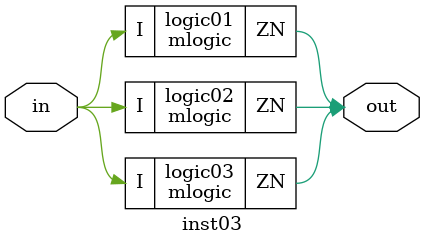
<source format=v>
module mlogic (I,I2,ZN);
  // tmrg default triplicate
  // tmrg tmr_error true
  input  I,I2;
  output ZN;
  wire IVoted=I;
  wire I2Voted=I2;
  assign ZN=~IVoted;
endmodule

module inst03 (in,out);
  // tmrg default triplicate
  // tmrg tmr_error true  
  input in;
  output out;
  mlogic logic01(.I(in),.ZN(out));
  mlogic logic02(.I(in),.ZN(out));
  mlogic logic03(.I(in),.ZN(out));  
endmodule

</source>
